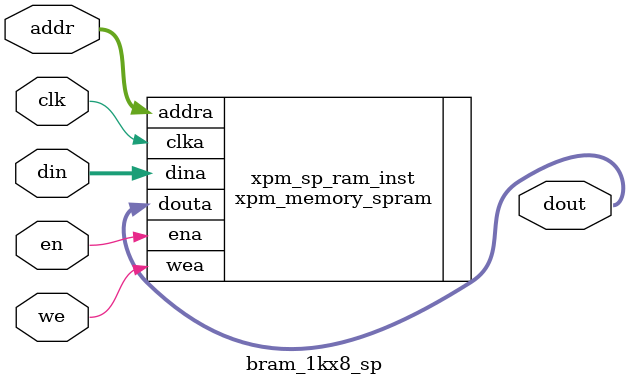
<source format=v>

module bram_1kx8_sp (
    input  wire        clk,      // clock for read/write
    input  wire        en,       // enable
    input  wire        we,       // write enable (1 = write, 0 = read)
    input  wire [9:0]  addr,     // 10-bit address (up to 1023)
    input  wire [7:0]  din,      // data in (for write)
    output wire [7:0]  dout      // data out (for read)
);

  // XPM single-port RAM instantiation
  // For UltraScale and 7-Series devices
  xpm_memory_spram #(
    .MEMORY_SIZE        (1024*8),   // 1024 (depth) x 8 (width)
    .MEMORY_PRIMITIVE   ("block"),  // Force block RAM
    .WRITE_DATA_WIDTH_A (8),
    .READ_DATA_WIDTH_A  (8),
    .BYTE_WRITE_WIDTH_A (8),
    .ADDR_WIDTH_A       (10),
    .READ_LATENCY_A     (1),
    .WRITE_MODE_A       ("write_first")
  ) xpm_sp_ram_inst (
    .clka   (clk),
    .ena    (en),
    .wea    (we),
    .addra  (addr),
    .dina   (din),
    .douta  (dout)
  );

endmodule
</source>
